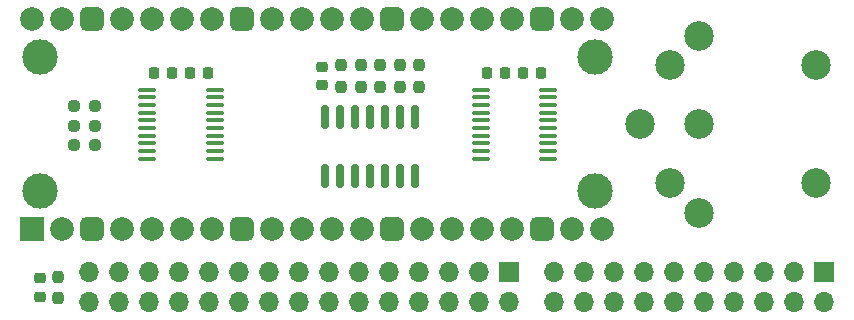
<source format=gbr>
%TF.GenerationSoftware,KiCad,Pcbnew,8.0.5*%
%TF.CreationDate,2025-05-13T06:25:59+01:00*%
%TF.ProjectId,pico1541 v0.1,7069636f-3135-4343-9120-76302e312e6b,rev?*%
%TF.SameCoordinates,Original*%
%TF.FileFunction,Soldermask,Top*%
%TF.FilePolarity,Negative*%
%FSLAX46Y46*%
G04 Gerber Fmt 4.6, Leading zero omitted, Abs format (unit mm)*
G04 Created by KiCad (PCBNEW 8.0.5) date 2025-05-13 06:25:59*
%MOMM*%
%LPD*%
G01*
G04 APERTURE LIST*
G04 Aperture macros list*
%AMRoundRect*
0 Rectangle with rounded corners*
0 $1 Rounding radius*
0 $2 $3 $4 $5 $6 $7 $8 $9 X,Y pos of 4 corners*
0 Add a 4 corners polygon primitive as box body*
4,1,4,$2,$3,$4,$5,$6,$7,$8,$9,$2,$3,0*
0 Add four circle primitives for the rounded corners*
1,1,$1+$1,$2,$3*
1,1,$1+$1,$4,$5*
1,1,$1+$1,$6,$7*
1,1,$1+$1,$8,$9*
0 Add four rect primitives between the rounded corners*
20,1,$1+$1,$2,$3,$4,$5,0*
20,1,$1+$1,$4,$5,$6,$7,0*
20,1,$1+$1,$6,$7,$8,$9,0*
20,1,$1+$1,$8,$9,$2,$3,0*%
G04 Aperture macros list end*
%ADD10RoundRect,0.100000X-0.637500X-0.100000X0.637500X-0.100000X0.637500X0.100000X-0.637500X0.100000X0*%
%ADD11RoundRect,0.237500X0.250000X0.237500X-0.250000X0.237500X-0.250000X-0.237500X0.250000X-0.237500X0*%
%ADD12R,1.700000X1.700000*%
%ADD13O,1.700000X1.700000*%
%ADD14RoundRect,0.237500X-0.250000X-0.237500X0.250000X-0.237500X0.250000X0.237500X-0.250000X0.237500X0*%
%ADD15RoundRect,0.237500X0.237500X-0.250000X0.237500X0.250000X-0.237500X0.250000X-0.237500X-0.250000X0*%
%ADD16C,3.000000*%
%ADD17R,2.000000X2.000000*%
%ADD18C,2.000000*%
%ADD19RoundRect,0.500000X-0.500000X-0.500000X0.500000X-0.500000X0.500000X0.500000X-0.500000X0.500000X0*%
%ADD20RoundRect,0.150000X0.150000X-0.825000X0.150000X0.825000X-0.150000X0.825000X-0.150000X-0.825000X0*%
%ADD21RoundRect,0.237500X-0.237500X0.250000X-0.237500X-0.250000X0.237500X-0.250000X0.237500X0.250000X0*%
%ADD22C,2.500000*%
%ADD23RoundRect,0.225000X-0.225000X-0.250000X0.225000X-0.250000X0.225000X0.250000X-0.225000X0.250000X0*%
%ADD24RoundRect,0.225000X0.225000X0.250000X-0.225000X0.250000X-0.225000X-0.250000X0.225000X-0.250000X0*%
%ADD25RoundRect,0.225000X0.250000X-0.225000X0.250000X0.225000X-0.250000X0.225000X-0.250000X-0.225000X0*%
%ADD26RoundRect,0.218750X-0.256250X0.218750X-0.256250X-0.218750X0.256250X-0.218750X0.256250X0.218750X0*%
G04 APERTURE END LIST*
D10*
%TO.C,U4*%
X132580000Y-80387000D03*
X132580000Y-81037000D03*
X132580000Y-81687000D03*
X132580000Y-82337000D03*
X132580000Y-82987000D03*
X132580000Y-83637000D03*
X132580000Y-84287000D03*
X132580000Y-84937000D03*
X132580000Y-85587000D03*
X132580000Y-86237000D03*
X138305000Y-86237000D03*
X138305000Y-85587000D03*
X138305000Y-84937000D03*
X138305000Y-84287000D03*
X138305000Y-83637000D03*
X138305000Y-82987000D03*
X138305000Y-82337000D03*
X138305000Y-81687000D03*
X138305000Y-81037000D03*
X138305000Y-80387000D03*
%TD*%
%TO.C,U3*%
X160775500Y-80387000D03*
X160775500Y-81037000D03*
X160775500Y-81687000D03*
X160775500Y-82337000D03*
X160775500Y-82987000D03*
X160775500Y-83637000D03*
X160775500Y-84287000D03*
X160775500Y-84937000D03*
X160775500Y-85587000D03*
X160775500Y-86237000D03*
X166500500Y-86237000D03*
X166500500Y-85587000D03*
X166500500Y-84937000D03*
X166500500Y-84287000D03*
X166500500Y-83637000D03*
X166500500Y-82987000D03*
X166500500Y-82337000D03*
X166500500Y-81687000D03*
X166500500Y-81037000D03*
X166500500Y-80387000D03*
%TD*%
D11*
%TO.C,R4*%
X128143000Y-85090000D03*
X126318000Y-85090000D03*
%TD*%
D12*
%TO.C,J6*%
X163195000Y-95859600D03*
D13*
X163195000Y-98399600D03*
X160655000Y-95859600D03*
X160655000Y-98399600D03*
X158115000Y-95859600D03*
X158115000Y-98399600D03*
X155575000Y-95859600D03*
X155575000Y-98399600D03*
X153035000Y-95859600D03*
X153035000Y-98399600D03*
X150495000Y-95859600D03*
X150495000Y-98399600D03*
X147955000Y-95859600D03*
X147955000Y-98399600D03*
X145415000Y-95859600D03*
X145415000Y-98399600D03*
X142875000Y-95859600D03*
X142875000Y-98399600D03*
X140335000Y-95859600D03*
X140335000Y-98399600D03*
X137795000Y-95859600D03*
X137795000Y-98399600D03*
X135255000Y-95859600D03*
X135255000Y-98399600D03*
X132715000Y-95859600D03*
X132715000Y-98399600D03*
X130175000Y-95859600D03*
X130175000Y-98399600D03*
X127635000Y-95859600D03*
X127635000Y-98399600D03*
%TD*%
D14*
%TO.C,R3*%
X126318000Y-83439000D03*
X128143000Y-83439000D03*
%TD*%
D15*
%TO.C,R9*%
X155575000Y-80160500D03*
X155575000Y-78335500D03*
%TD*%
D16*
%TO.C,U1*%
X123446000Y-77605000D03*
X123446000Y-89005000D03*
X170446000Y-77605000D03*
X170446000Y-89005000D03*
D17*
X122816000Y-92195000D03*
D18*
X125356000Y-92195000D03*
D19*
X127896000Y-92195000D03*
D18*
X130436000Y-92195000D03*
X132976000Y-92195000D03*
X135516000Y-92195000D03*
X138056000Y-92195000D03*
D19*
X140596000Y-92195000D03*
D18*
X143136000Y-92195000D03*
X145676000Y-92195000D03*
X148216000Y-92195000D03*
X150756000Y-92195000D03*
D19*
X153296000Y-92195000D03*
D18*
X155836000Y-92195000D03*
X158376000Y-92195000D03*
X160916000Y-92195000D03*
X163456000Y-92195000D03*
D19*
X165996000Y-92195000D03*
D18*
X168536000Y-92195000D03*
X171076000Y-92195000D03*
X171076000Y-74415000D03*
X168536000Y-74415000D03*
D19*
X165996000Y-74415000D03*
D18*
X163456000Y-74415000D03*
X160916000Y-74415000D03*
X158376000Y-74415000D03*
X155836000Y-74415000D03*
D19*
X153296000Y-74415000D03*
D18*
X150756000Y-74415000D03*
X148216000Y-74415000D03*
X145676000Y-74415000D03*
X143136000Y-74415000D03*
D19*
X140596000Y-74415000D03*
D18*
X138056000Y-74415000D03*
X135516000Y-74415000D03*
X132976000Y-74415000D03*
X130436000Y-74415000D03*
D19*
X127896000Y-74415000D03*
D18*
X125356000Y-74415000D03*
X122816000Y-74415000D03*
%TD*%
D20*
%TO.C,U2*%
X147574000Y-87692000D03*
X148844000Y-87692000D03*
X150114000Y-87692000D03*
X151384000Y-87692000D03*
X152654000Y-87692000D03*
X153924000Y-87692000D03*
X155194000Y-87692000D03*
X155194000Y-82742000D03*
X153924000Y-82742000D03*
X152654000Y-82742000D03*
X151384000Y-82742000D03*
X150114000Y-82742000D03*
X148844000Y-82742000D03*
X147574000Y-82742000D03*
%TD*%
D15*
%TO.C,R8*%
X153924000Y-80160500D03*
X153924000Y-78335500D03*
%TD*%
D12*
%TO.C,J5*%
X189865000Y-95859600D03*
D13*
X189865000Y-98399600D03*
X187325000Y-95859600D03*
X187325000Y-98399600D03*
X184785000Y-95859600D03*
X184785000Y-98399600D03*
X182245000Y-95859600D03*
X182245000Y-98399600D03*
X179705000Y-95859600D03*
X179705000Y-98399600D03*
X177165000Y-95859600D03*
X177165000Y-98399600D03*
X174625000Y-95859600D03*
X174625000Y-98399600D03*
X172085000Y-95859600D03*
X172085000Y-98399600D03*
X169545000Y-95859600D03*
X169545000Y-98399600D03*
X167005000Y-95859600D03*
X167005000Y-98399600D03*
%TD*%
D15*
%TO.C,R7*%
X152273000Y-80160500D03*
X152273000Y-78335500D03*
%TD*%
D21*
%TO.C,R1*%
X125030500Y-96242500D03*
X125030500Y-98067500D03*
%TD*%
D22*
%TO.C,J4*%
X179295000Y-75812000D03*
X176795000Y-78312000D03*
X179295000Y-83312000D03*
X176795000Y-88312000D03*
X179295000Y-90812000D03*
X174295000Y-83312000D03*
X189195000Y-78312000D03*
X189195000Y-88312000D03*
%TD*%
D23*
%TO.C,C4*%
X161339000Y-78994000D03*
X162889000Y-78994000D03*
%TD*%
D24*
%TO.C,C2*%
X137741500Y-78994000D03*
X136191500Y-78994000D03*
%TD*%
D25*
%TO.C,C3*%
X147320000Y-79999500D03*
X147320000Y-78449500D03*
%TD*%
D26*
%TO.C,D1*%
X123506500Y-96367500D03*
X123506500Y-97942500D03*
%TD*%
D14*
%TO.C,R2*%
X126318000Y-81788000D03*
X128143000Y-81788000D03*
%TD*%
D23*
%TO.C,C1*%
X133143500Y-78994000D03*
X134693500Y-78994000D03*
%TD*%
D24*
%TO.C,C5*%
X165937000Y-78994000D03*
X164387000Y-78994000D03*
%TD*%
D15*
%TO.C,R6*%
X150622000Y-80160500D03*
X150622000Y-78335500D03*
%TD*%
%TO.C,R5*%
X148971000Y-80160500D03*
X148971000Y-78335500D03*
%TD*%
M02*

</source>
